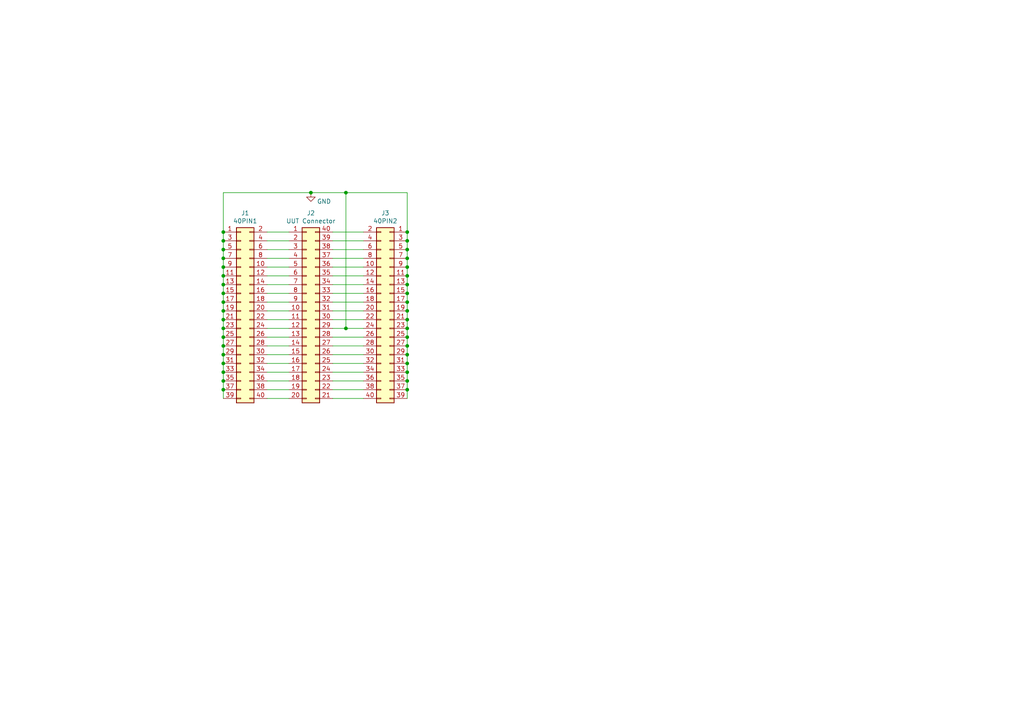
<source format=kicad_sch>
(kicad_sch (version 20230121) (generator eeschema)
  (paper "A4")
  (title_block (title "Fluke 9010 UUT Cable (Z80 Version)") (date "2021-01-29") (rev "0.1") (comment 3 "M.Biry"))
  (lib_symbols
    (symbol "Connector_Generic:Conn_02x20_Counter_Clockwise" (pin_names (offset 1.016) hide)
      (property "Reference" "J" (at 1.27 25.4 0))
      (property "Value" "Conn_02x20_Counter_Clockwise" (at 1.27 -27.94 0))
      (symbol "Conn_02x20_Counter_Clockwise_1_1"
        (rectangle (start -1.27 -25.273) (end 0 -25.527) (stroke (width 0.1524)))
        (rectangle (start -1.27 -22.733) (end 0 -22.987) (stroke (width 0.1524)))
        (rectangle (start -1.27 -20.193) (end 0 -20.447) (stroke (width 0.1524)))
        (rectangle (start -1.27 -17.653) (end 0 -17.907) (stroke (width 0.1524)))
        (rectangle (start -1.27 -15.113) (end 0 -15.367) (stroke (width 0.1524)))
        (rectangle (start -1.27 -12.573) (end 0 -12.827) (stroke (width 0.1524)))
        (rectangle (start -1.27 -10.033) (end 0 -10.287) (stroke (width 0.1524)))
        (rectangle (start -1.27 -7.493) (end 0 -7.747) (stroke (width 0.1524)))
        (rectangle (start -1.27 -4.953) (end 0 -5.207) (stroke (width 0.1524)))
        (rectangle (start -1.27 -2.413) (end 0 -2.667) (stroke (width 0.1524)))
        (rectangle (start -1.27 0.127) (end 0 -0.127) (stroke (width 0.1524)))
        (rectangle (start -1.27 2.667) (end 0 2.413) (stroke (width 0.1524)))
        (rectangle (start -1.27 5.207) (end 0 4.953) (stroke (width 0.1524)))
        (rectangle (start -1.27 7.747) (end 0 7.493) (stroke (width 0.1524)))
        (rectangle (start -1.27 10.287) (end 0 10.033) (stroke (width 0.1524)))
        (rectangle (start -1.27 12.827) (end 0 12.573) (stroke (width 0.1524)))
        (rectangle (start -1.27 15.367) (end 0 15.113) (stroke (width 0.1524)))
        (rectangle (start -1.27 17.907) (end 0 17.653) (stroke (width 0.1524)))
        (rectangle (start -1.27 20.447) (end 0 20.193) (stroke (width 0.1524)))
        (rectangle (start -1.27 22.987) (end 0 22.733) (stroke (width 0.1524)))
        (rectangle (start -1.27 24.13) (end 3.81 -26.67) (stroke (width 0.254)) (fill (type background)))
        (rectangle (start 3.81 -25.273) (end 2.54 -25.527) (stroke (width 0.1524)))
        (rectangle (start 3.81 -22.733) (end 2.54 -22.987) (stroke (width 0.1524)))
        (rectangle (start 3.81 -20.193) (end 2.54 -20.447) (stroke (width 0.1524)))
        (rectangle (start 3.81 -17.653) (end 2.54 -17.907) (stroke (width 0.1524)))
        (rectangle (start 3.81 -15.113) (end 2.54 -15.367) (stroke (width 0.1524)))
        (rectangle (start 3.81 -12.573) (end 2.54 -12.827) (stroke (width 0.1524)))
        (rectangle (start 3.81 -10.033) (end 2.54 -10.287) (stroke (width 0.1524)))
        (rectangle (start 3.81 -7.493) (end 2.54 -7.747) (stroke (width 0.1524)))
        (rectangle (start 3.81 -4.953) (end 2.54 -5.207) (stroke (width 0.1524)))
        (rectangle (start 3.81 -2.413) (end 2.54 -2.667) (stroke (width 0.1524)))
        (rectangle (start 3.81 0.127) (end 2.54 -0.127) (stroke (width 0.1524)))
        (rectangle (start 3.81 2.667) (end 2.54 2.413) (stroke (width 0.1524)))
        (rectangle (start 3.81 5.207) (end 2.54 4.953) (stroke (width 0.1524)))
        (rectangle (start 3.81 7.747) (end 2.54 7.493) (stroke (width 0.1524)))
        (rectangle (start 3.81 10.287) (end 2.54 10.033) (stroke (width 0.1524)))
        (rectangle (start 3.81 12.827) (end 2.54 12.573) (stroke (width 0.1524)))
        (rectangle (start 3.81 15.367) (end 2.54 15.113) (stroke (width 0.1524)))
        (rectangle (start 3.81 17.907) (end 2.54 17.653) (stroke (width 0.1524)))
        (rectangle (start 3.81 20.447) (end 2.54 20.193) (stroke (width 0.1524)))
        (rectangle (start 3.81 22.987) (end 2.54 22.733) (stroke (width 0.1524)))
        (pin passive line (at -5.08 22.86 0) (length 3.81) (name "Pin_1") (number "1"))
        (pin passive line (at -5.08 0 0) (length 3.81) (name "Pin_10") (number "10"))
        (pin passive line (at -5.08 -2.54 0) (length 3.81) (name "Pin_11") (number "11"))
        (pin passive line (at -5.08 -5.08 0) (length 3.81) (name "Pin_12") (number "12"))
        (pin passive line (at -5.08 -7.62 0) (length 3.81) (name "Pin_13") (number "13"))
        (pin passive line (at -5.08 -10.16 0) (length 3.81) (name "Pin_14") (number "14"))
        (pin passive line (at -5.08 -12.7 0) (length 3.81) (name "Pin_15") (number "15"))
        (pin passive line (at -5.08 -15.24 0) (length 3.81) (name "Pin_16") (number "16"))
        (pin passive line (at -5.08 -17.78 0) (length 3.81) (name "Pin_17") (number "17"))
        (pin passive line (at -5.08 -20.32 0) (length 3.81) (name "Pin_18") (number "18"))
        (pin passive line (at -5.08 -22.86 0) (length 3.81) (name "Pin_19") (number "19"))
        (pin passive line (at -5.08 20.32 0) (length 3.81) (name "Pin_2") (number "2"))
        (pin passive line (at -5.08 -25.4 0) (length 3.81) (name "Pin_20") (number "20"))
        (pin passive line (at 7.62 -25.4 180) (length 3.81) (name "Pin_21") (number "21"))
        (pin passive line (at 7.62 -22.86 180) (length 3.81) (name "Pin_22") (number "22"))
        (pin passive line (at 7.62 -20.32 180) (length 3.81) (name "Pin_23") (number "23"))
        (pin passive line (at 7.62 -17.78 180) (length 3.81) (name "Pin_24") (number "24"))
        (pin passive line (at 7.62 -15.24 180) (length 3.81) (name "Pin_25") (number "25"))
        (pin passive line (at 7.62 -12.7 180) (length 3.81) (name "Pin_26") (number "26"))
        (pin passive line (at 7.62 -10.16 180) (length 3.81) (name "Pin_27") (number "27"))
        (pin passive line (at 7.62 -7.62 180) (length 3.81) (name "Pin_28") (number "28"))
        (pin passive line (at 7.62 -5.08 180) (length 3.81) (name "Pin_29") (number "29"))
        (pin passive line (at -5.08 17.78 0) (length 3.81) (name "Pin_3") (number "3"))
        (pin passive line (at 7.62 -2.54 180) (length 3.81) (name "Pin_30") (number "30"))
        (pin passive line (at 7.62 0 180) (length 3.81) (name "Pin_31") (number "31"))
        (pin passive line (at 7.62 2.54 180) (length 3.81) (name "Pin_32") (number "32"))
        (pin passive line (at 7.62 5.08 180) (length 3.81) (name "Pin_33") (number "33"))
        (pin passive line (at 7.62 7.62 180) (length 3.81) (name "Pin_34") (number "34"))
        (pin passive line (at 7.62 10.16 180) (length 3.81) (name "Pin_35") (number "35"))
        (pin passive line (at 7.62 12.7 180) (length 3.81) (name "Pin_36") (number "36"))
        (pin passive line (at 7.62 15.24 180) (length 3.81) (name "Pin_37") (number "37"))
        (pin passive line (at 7.62 17.78 180) (length 3.81) (name "Pin_38") (number "38"))
        (pin passive line (at 7.62 20.32 180) (length 3.81) (name "Pin_39") (number "39"))
        (pin passive line (at -5.08 15.24 0) (length 3.81) (name "Pin_4") (number "4"))
        (pin passive line (at 7.62 22.86 180) (length 3.81) (name "Pin_40") (number "40"))
        (pin passive line (at -5.08 12.7 0) (length 3.81) (name "Pin_5") (number "5"))
        (pin passive line (at -5.08 10.16 0) (length 3.81) (name "Pin_6") (number "6"))
        (pin passive line (at -5.08 7.62 0) (length 3.81) (name "Pin_7") (number "7"))
        (pin passive line (at -5.08 5.08 0) (length 3.81) (name "Pin_8") (number "8"))
        (pin passive line (at -5.08 2.54 0) (length 3.81) (name "Pin_9") (number "9"))
      )
    )
    (symbol "Connector_Generic:Conn_02x20_Odd_Even" (pin_names (offset 1.016) hide)
      (property "Reference" "J" (at 1.27 25.4 0))
      (property "Value" "Conn_02x20_Odd_Even" (at 1.27 -27.94 0))
      (symbol "Conn_02x20_Odd_Even_1_1"
        (rectangle (start -1.27 -25.273) (end 0 -25.527) (stroke (width 0.1524)))
        (rectangle (start -1.27 -22.733) (end 0 -22.987) (stroke (width 0.1524)))
        (rectangle (start -1.27 -20.193) (end 0 -20.447) (stroke (width 0.1524)))
        (rectangle (start -1.27 -17.653) (end 0 -17.907) (stroke (width 0.1524)))
        (rectangle (start -1.27 -15.113) (end 0 -15.367) (stroke (width 0.1524)))
        (rectangle (start -1.27 -12.573) (end 0 -12.827) (stroke (width 0.1524)))
        (rectangle (start -1.27 -10.033) (end 0 -10.287) (stroke (width 0.1524)))
        (rectangle (start -1.27 -7.493) (end 0 -7.747) (stroke (width 0.1524)))
        (rectangle (start -1.27 -4.953) (end 0 -5.207) (stroke (width 0.1524)))
        (rectangle (start -1.27 -2.413) (end 0 -2.667) (stroke (width 0.1524)))
        (rectangle (start -1.27 0.127) (end 0 -0.127) (stroke (width 0.1524)))
        (rectangle (start -1.27 2.667) (end 0 2.413) (stroke (width 0.1524)))
        (rectangle (start -1.27 5.207) (end 0 4.953) (stroke (width 0.1524)))
        (rectangle (start -1.27 7.747) (end 0 7.493) (stroke (width 0.1524)))
        (rectangle (start -1.27 10.287) (end 0 10.033) (stroke (width 0.1524)))
        (rectangle (start -1.27 12.827) (end 0 12.573) (stroke (width 0.1524)))
        (rectangle (start -1.27 15.367) (end 0 15.113) (stroke (width 0.1524)))
        (rectangle (start -1.27 17.907) (end 0 17.653) (stroke (width 0.1524)))
        (rectangle (start -1.27 20.447) (end 0 20.193) (stroke (width 0.1524)))
        (rectangle (start -1.27 22.987) (end 0 22.733) (stroke (width 0.1524)))
        (rectangle (start -1.27 24.13) (end 3.81 -26.67) (stroke (width 0.254)) (fill (type background)))
        (rectangle (start 3.81 -25.273) (end 2.54 -25.527) (stroke (width 0.1524)))
        (rectangle (start 3.81 -22.733) (end 2.54 -22.987) (stroke (width 0.1524)))
        (rectangle (start 3.81 -20.193) (end 2.54 -20.447) (stroke (width 0.1524)))
        (rectangle (start 3.81 -17.653) (end 2.54 -17.907) (stroke (width 0.1524)))
        (rectangle (start 3.81 -15.113) (end 2.54 -15.367) (stroke (width 0.1524)))
        (rectangle (start 3.81 -12.573) (end 2.54 -12.827) (stroke (width 0.1524)))
        (rectangle (start 3.81 -10.033) (end 2.54 -10.287) (stroke (width 0.1524)))
        (rectangle (start 3.81 -7.493) (end 2.54 -7.747) (stroke (width 0.1524)))
        (rectangle (start 3.81 -4.953) (end 2.54 -5.207) (stroke (width 0.1524)))
        (rectangle (start 3.81 -2.413) (end 2.54 -2.667) (stroke (width 0.1524)))
        (rectangle (start 3.81 0.127) (end 2.54 -0.127) (stroke (width 0.1524)))
        (rectangle (start 3.81 2.667) (end 2.54 2.413) (stroke (width 0.1524)))
        (rectangle (start 3.81 5.207) (end 2.54 4.953) (stroke (width 0.1524)))
        (rectangle (start 3.81 7.747) (end 2.54 7.493) (stroke (width 0.1524)))
        (rectangle (start 3.81 10.287) (end 2.54 10.033) (stroke (width 0.1524)))
        (rectangle (start 3.81 12.827) (end 2.54 12.573) (stroke (width 0.1524)))
        (rectangle (start 3.81 15.367) (end 2.54 15.113) (stroke (width 0.1524)))
        (rectangle (start 3.81 17.907) (end 2.54 17.653) (stroke (width 0.1524)))
        (rectangle (start 3.81 20.447) (end 2.54 20.193) (stroke (width 0.1524)))
        (rectangle (start 3.81 22.987) (end 2.54 22.733) (stroke (width 0.1524)))
        (pin passive line (at -5.08 22.86 0) (length 3.81) (name "Pin_1") (number "1"))
        (pin passive line (at 7.62 12.7 180) (length 3.81) (name "Pin_10") (number "10"))
        (pin passive line (at -5.08 10.16 0) (length 3.81) (name "Pin_11") (number "11"))
        (pin passive line (at 7.62 10.16 180) (length 3.81) (name "Pin_12") (number "12"))
        (pin passive line (at -5.08 7.62 0) (length 3.81) (name "Pin_13") (number "13"))
        (pin passive line (at 7.62 7.62 180) (length 3.81) (name "Pin_14") (number "14"))
        (pin passive line (at -5.08 5.08 0) (length 3.81) (name "Pin_15") (number "15"))
        (pin passive line (at 7.62 5.08 180) (length 3.81) (name "Pin_16") (number "16"))
        (pin passive line (at -5.08 2.54 0) (length 3.81) (name "Pin_17") (number "17"))
        (pin passive line (at 7.62 2.54 180) (length 3.81) (name "Pin_18") (number "18"))
        (pin passive line (at -5.08 0 0) (length 3.81) (name "Pin_19") (number "19"))
        (pin passive line (at 7.62 22.86 180) (length 3.81) (name "Pin_2") (number "2"))
        (pin passive line (at 7.62 0 180) (length 3.81) (name "Pin_20") (number "20"))
        (pin passive line (at -5.08 -2.54 0) (length 3.81) (name "Pin_21") (number "21"))
        (pin passive line (at 7.62 -2.54 180) (length 3.81) (name "Pin_22") (number "22"))
        (pin passive line (at -5.08 -5.08 0) (length 3.81) (name "Pin_23") (number "23"))
        (pin passive line (at 7.62 -5.08 180) (length 3.81) (name "Pin_24") (number "24"))
        (pin passive line (at -5.08 -7.62 0) (length 3.81) (name "Pin_25") (number "25"))
        (pin passive line (at 7.62 -7.62 180) (length 3.81) (name "Pin_26") (number "26"))
        (pin passive line (at -5.08 -10.16 0) (length 3.81) (name "Pin_27") (number "27"))
        (pin passive line (at 7.62 -10.16 180) (length 3.81) (name "Pin_28") (number "28"))
        (pin passive line (at -5.08 -12.7 0) (length 3.81) (name "Pin_29") (number "29"))
        (pin passive line (at -5.08 20.32 0) (length 3.81) (name "Pin_3") (number "3"))
        (pin passive line (at 7.62 -12.7 180) (length 3.81) (name "Pin_30") (number "30"))
        (pin passive line (at -5.08 -15.24 0) (length 3.81) (name "Pin_31") (number "31"))
        (pin passive line (at 7.62 -15.24 180) (length 3.81) (name "Pin_32") (number "32"))
        (pin passive line (at -5.08 -17.78 0) (length 3.81) (name "Pin_33") (number "33"))
        (pin passive line (at 7.62 -17.78 180) (length 3.81) (name "Pin_34") (number "34"))
        (pin passive line (at -5.08 -20.32 0) (length 3.81) (name "Pin_35") (number "35"))
        (pin passive line (at 7.62 -20.32 180) (length 3.81) (name "Pin_36") (number "36"))
        (pin passive line (at -5.08 -22.86 0) (length 3.81) (name "Pin_37") (number "37"))
        (pin passive line (at 7.62 -22.86 180) (length 3.81) (name "Pin_38") (number "38"))
        (pin passive line (at -5.08 -25.4 0) (length 3.81) (name "Pin_39") (number "39"))
        (pin passive line (at 7.62 20.32 180) (length 3.81) (name "Pin_4") (number "4"))
        (pin passive line (at 7.62 -25.4 180) (length 3.81) (name "Pin_40") (number "40"))
        (pin passive line (at -5.08 17.78 0) (length 3.81) (name "Pin_5") (number "5"))
        (pin passive line (at 7.62 17.78 180) (length 3.81) (name "Pin_6") (number "6"))
        (pin passive line (at -5.08 15.24 0) (length 3.81) (name "Pin_7") (number "7"))
        (pin passive line (at 7.62 15.24 180) (length 3.81) (name "Pin_8") (number "8"))
        (pin passive line (at -5.08 12.7 0) (length 3.81) (name "Pin_9") (number "9"))
      )
    )
    (symbol "power:GND" (power) (pin_names (offset 0))
      (property "Value" "GND" (at 0 -3.81 0))
      (symbol "GND_0_1"
        (polyline (pts (xy 0 0) (xy 0 -1.27) (xy 1.27 -1.27) (xy 0 -2.54) (xy -1.27 -1.27) (xy 0 -1.27)))
      )
      (symbol "GND_1_1"
        (pin power_in line (at 0 0 270) (length 0) hide (name "GND") (number "1"))
      )
    )
  )
  (junction (at 64.77 105.41))
  (junction (at 118.11 85.09))
  (junction (at 64.77 92.71))
  (junction (at 64.77 72.39))
  (junction (at 118.11 72.39))
  (junction (at 64.77 82.55))
  (junction (at 64.77 100.33))
  (junction (at 118.11 105.41))
  (junction (at 64.77 69.85))
  (junction (at 64.77 113.03))
  (junction (at 64.77 97.79))
  (junction (at 64.77 95.25))
  (junction (at 118.11 67.31))
  (junction (at 118.11 80.01))
  (junction (at 64.77 87.63))
  (junction (at 64.77 110.49))
  (junction (at 118.11 113.03))
  (junction (at 64.77 80.01))
  (junction (at 64.77 107.95))
  (junction (at 100.33 95.25))
  (junction (at 118.11 77.47))
  (junction (at 118.11 97.79))
  (junction (at 64.77 77.47))
  (junction (at 118.11 69.85))
  (junction (at 118.11 92.71))
  (junction (at 100.33 55.88))
  (junction (at 64.77 85.09))
  (junction (at 118.11 82.55))
  (junction (at 64.77 67.31))
  (junction (at 64.77 102.87))
  (junction (at 64.77 90.17))
  (junction (at 118.11 87.63))
  (junction (at 118.11 90.17))
  (junction (at 64.77 74.93))
  (junction (at 118.11 100.33))
  (junction (at 118.11 95.25))
  (junction (at 118.11 74.93))
  (junction (at 118.11 110.49))
  (junction (at 118.11 107.95))
  (junction (at 90.17 55.88))
  (junction (at 118.11 102.87))
  (wire (pts (xy 64.77 67.31) (xy 64.77 55.88)))
  (wire (pts (xy 96.52 69.85) (xy 105.41 69.85)))
  (wire (pts (xy 64.77 102.87) (xy 64.77 100.33)))
  (wire (pts (xy 64.77 72.39) (xy 64.77 69.85)))
  (wire (pts (xy 77.47 85.09) (xy 83.82 85.09)))
  (wire (pts (xy 64.77 105.41) (xy 64.77 102.87)))
  (wire (pts (xy 96.52 72.39) (xy 105.41 72.39)))
  (wire (pts (xy 64.77 74.93) (xy 64.77 72.39)))
  (wire (pts (xy 118.11 113.03) (xy 118.11 115.57)))
  (wire (pts (xy 64.77 115.57) (xy 64.77 113.03)))
  (wire (pts (xy 96.52 87.63) (xy 105.41 87.63)))
  (wire (pts (xy 96.52 85.09) (xy 105.41 85.09)))
  (wire (pts (xy 118.11 74.93) (xy 118.11 77.47)))
  (wire (pts (xy 96.52 110.49) (xy 105.41 110.49)))
  (wire (pts (xy 64.77 95.25) (xy 64.77 92.71)))
  (wire (pts (xy 100.33 95.25) (xy 105.41 95.25)))
  (wire (pts (xy 118.11 97.79) (xy 118.11 100.33)))
  (wire (pts (xy 96.52 67.31) (xy 105.41 67.31)))
  (wire (pts (xy 77.47 87.63) (xy 83.82 87.63)))
  (wire (pts (xy 77.47 67.31) (xy 83.82 67.31)))
  (wire (pts (xy 118.11 110.49) (xy 118.11 113.03)))
  (wire (pts (xy 118.11 85.09) (xy 118.11 87.63)))
  (wire (pts (xy 96.52 115.57) (xy 105.41 115.57)))
  (wire (pts (xy 77.47 105.41) (xy 83.82 105.41)))
  (wire (pts (xy 96.52 74.93) (xy 105.41 74.93)))
  (wire (pts (xy 118.11 55.88) (xy 118.11 67.31)))
  (wire (pts (xy 64.77 110.49) (xy 64.77 107.95)))
  (wire (pts (xy 77.47 80.01) (xy 83.82 80.01)))
  (wire (pts (xy 64.77 90.17) (xy 64.77 87.63)))
  (wire (pts (xy 77.47 107.95) (xy 83.82 107.95)))
  (wire (pts (xy 118.11 69.85) (xy 118.11 72.39)))
  (wire (pts (xy 118.11 72.39) (xy 118.11 74.93)))
  (wire (pts (xy 118.11 95.25) (xy 118.11 97.79)))
  (wire (pts (xy 64.77 77.47) (xy 64.77 74.93)))
  (wire (pts (xy 100.33 55.88) (xy 118.11 55.88)))
  (wire (pts (xy 118.11 107.95) (xy 118.11 110.49)))
  (wire (pts (xy 77.47 82.55) (xy 83.82 82.55)))
  (wire (pts (xy 118.11 102.87) (xy 118.11 105.41)))
  (wire (pts (xy 77.47 113.03) (xy 83.82 113.03)))
  (wire (pts (xy 96.52 97.79) (xy 105.41 97.79)))
  (wire (pts (xy 77.47 69.85) (xy 83.82 69.85)))
  (wire (pts (xy 64.77 87.63) (xy 64.77 85.09)))
  (wire (pts (xy 64.77 107.95) (xy 64.77 105.41)))
  (wire (pts (xy 77.47 102.87) (xy 83.82 102.87)))
  (wire (pts (xy 118.11 100.33) (xy 118.11 102.87)))
  (wire (pts (xy 77.47 100.33) (xy 83.82 100.33)))
  (wire (pts (xy 64.77 55.88) (xy 90.17 55.88)))
  (wire (pts (xy 77.47 72.39) (xy 83.82 72.39)))
  (wire (pts (xy 96.52 82.55) (xy 105.41 82.55)))
  (wire (pts (xy 77.47 74.93) (xy 83.82 74.93)))
  (wire (pts (xy 64.77 85.09) (xy 64.77 82.55)))
  (wire (pts (xy 96.52 90.17) (xy 105.41 90.17)))
  (wire (pts (xy 64.77 82.55) (xy 64.77 80.01)))
  (wire (pts (xy 96.52 107.95) (xy 105.41 107.95)))
  (wire (pts (xy 64.77 92.71) (xy 64.77 90.17)))
  (wire (pts (xy 90.17 55.88) (xy 100.33 55.88)))
  (wire (pts (xy 96.52 113.03) (xy 105.41 113.03)))
  (wire (pts (xy 64.77 113.03) (xy 64.77 110.49)))
  (wire (pts (xy 96.52 80.01) (xy 105.41 80.01)))
  (wire (pts (xy 118.11 105.41) (xy 118.11 107.95)))
  (wire (pts (xy 64.77 100.33) (xy 64.77 97.79)))
  (wire (pts (xy 118.11 82.55) (xy 118.11 85.09)))
  (wire (pts (xy 96.52 95.25) (xy 100.33 95.25)))
  (wire (pts (xy 77.47 90.17) (xy 83.82 90.17)))
  (wire (pts (xy 77.47 115.57) (xy 83.82 115.57)))
  (wire (pts (xy 96.52 105.41) (xy 105.41 105.41)))
  (wire (pts (xy 64.77 80.01) (xy 64.77 77.47)))
  (wire (pts (xy 64.77 97.79) (xy 64.77 95.25)))
  (wire (pts (xy 77.47 110.49) (xy 83.82 110.49)))
  (wire (pts (xy 118.11 92.71) (xy 118.11 95.25)))
  (wire (pts (xy 96.52 77.47) (xy 105.41 77.47)))
  (wire (pts (xy 118.11 77.47) (xy 118.11 80.01)))
  (wire (pts (xy 118.11 87.63) (xy 118.11 90.17)))
  (wire (pts (xy 64.77 69.85) (xy 64.77 67.31)))
  (wire (pts (xy 100.33 55.88) (xy 100.33 95.25)))
  (wire (pts (xy 118.11 90.17) (xy 118.11 92.71)))
  (wire (pts (xy 118.11 67.31) (xy 118.11 69.85)))
  (wire (pts (xy 96.52 92.71) (xy 105.41 92.71)))
  (wire (pts (xy 77.47 77.47) (xy 83.82 77.47)))
  (wire (pts (xy 77.47 92.71) (xy 83.82 92.71)))
  (wire (pts (xy 96.52 102.87) (xy 105.41 102.87)))
  (wire (pts (xy 77.47 95.25) (xy 83.82 95.25)))
  (wire (pts (xy 96.52 100.33) (xy 105.41 100.33)))
  (wire (pts (xy 118.11 80.01) (xy 118.11 82.55)))
  (wire (pts (xy 77.47 97.79) (xy 83.82 97.79)))
  (symbol (lib_id "Connector_Generic:Conn_02x20_Odd_Even") (at 69.85 90.17 0) (unit 1)
    (property "Reference" "J1" (at 71.12 61.7982 0))
    (property "Value" "40PIN1" (at 71.12 64.1096 0))
    (property "Footprint" "Connector_PinSocket_2.54mm:PinSocket_2x20_P2.54mm_Vertical" (effects hide))
  )
  (symbol (lib_id "Connector_Generic:Conn_02x20_Odd_Even") (at 113.03 90.17 0) (mirror y) (unit 1)
    (property "Reference" "J3" (at 111.76 61.7982 0))
    (property "Value" "40PIN2" (at 111.76 64.1096 0))
    (property "Footprint" "Connector_PinSocket_2.54mm:PinSocket_2x20_P2.54mm_Vertical" (effects hide))
  )
  (symbol (lib_id "Connector_Generic:Conn_02x20_Counter_Clockwise") (at 88.9 90.17 0) (unit 1)
    (property "Reference" "J2" (at 90.17 61.7982 0))
    (property "Value" "UUT Connector" (at 90.17 64.1096 0))
    (property "Footprint" "Package_DIP:DIP-40_W15.24mm" (effects hide))
  )
  (symbol (lib_id "power:GND") (at 90.17 55.88 0) (unit 1)
    (property "Reference" "#PWR0101" (effects hide))
    (property "Value" "GND" (at 93.98 58.42 0))
  )
)
</source>
